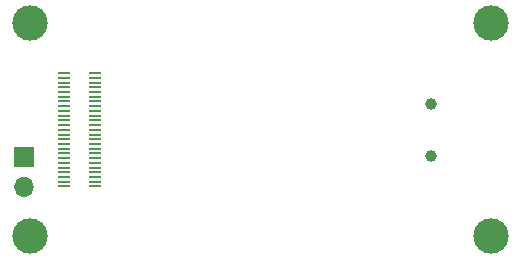
<source format=gbs>
G04 #@! TF.GenerationSoftware,KiCad,Pcbnew,5.1.10-88a1d61d58~88~ubuntu20.04.1*
G04 #@! TF.CreationDate,2021-06-30T14:36:37+02:00*
G04 #@! TF.ProjectId,hadron_board,68616472-6f6e-45f6-926f-6172642e6b69,rev?*
G04 #@! TF.SameCoordinates,Original*
G04 #@! TF.FileFunction,Soldermask,Bot*
G04 #@! TF.FilePolarity,Negative*
%FSLAX46Y46*%
G04 Gerber Fmt 4.6, Leading zero omitted, Abs format (unit mm)*
G04 Created by KiCad (PCBNEW 5.1.10-88a1d61d58~88~ubuntu20.04.1) date 2021-06-30 14:36:37*
%MOMM*%
%LPD*%
G01*
G04 APERTURE LIST*
%ADD10R,1.140000X0.200000*%
%ADD11C,1.000000*%
%ADD12O,1.700000X1.700000*%
%ADD13R,1.700000X1.700000*%
%ADD14C,3.000000*%
G04 APERTURE END LIST*
D10*
X108020000Y-93300000D03*
X105380000Y-93300000D03*
X108020000Y-92900000D03*
X105380000Y-92900000D03*
X108020000Y-92500000D03*
X105380000Y-92500000D03*
X108020000Y-92100000D03*
X105380000Y-92100000D03*
X108020000Y-91700000D03*
X105380000Y-91700000D03*
X108020000Y-91300000D03*
X105380000Y-91300000D03*
X108020000Y-90900000D03*
X105380000Y-90900000D03*
X108020000Y-90500000D03*
X105380000Y-90500000D03*
X108020000Y-90100000D03*
X105380000Y-90100000D03*
X108020000Y-89700000D03*
X105380000Y-89700000D03*
X108020000Y-89300000D03*
X105380000Y-89300000D03*
X108020000Y-88900000D03*
X105380000Y-88900000D03*
X108020000Y-88500000D03*
X105380000Y-88500000D03*
X108020000Y-88100000D03*
X105380000Y-88100000D03*
X108020000Y-87700000D03*
X105380000Y-87700000D03*
X108020000Y-87300000D03*
X105380000Y-87300000D03*
X108020000Y-86900000D03*
X105380000Y-86900000D03*
X108020000Y-86500000D03*
X105380000Y-86500000D03*
X108020000Y-86100000D03*
X105380000Y-86100000D03*
X108020000Y-85700000D03*
X105380000Y-85700000D03*
X108020000Y-85300000D03*
X105380000Y-85300000D03*
X108020000Y-84900000D03*
X105380000Y-84900000D03*
X108020000Y-84500000D03*
X105380000Y-84500000D03*
X108020000Y-84100000D03*
X105380000Y-84100000D03*
X108020000Y-83700000D03*
X105380000Y-83700000D03*
D11*
X136450000Y-86300000D03*
X136450000Y-90700000D03*
D12*
X102000000Y-93340000D03*
D13*
X102000000Y-90800000D03*
D14*
X102500000Y-79500000D03*
X141500000Y-79500000D03*
X102500000Y-97500000D03*
X141500000Y-97500000D03*
M02*

</source>
